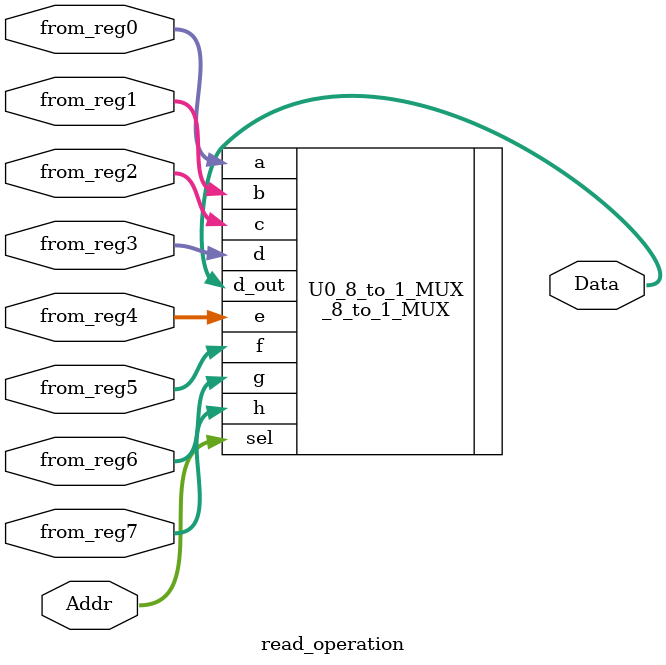
<source format=v>
module read_operation(Addr, Data, from_reg0, from_reg1, from_reg2, from_reg3, from_reg4, from_reg5, from_reg6, from_reg7);  //read_operation
	input  [31:0] from_reg0, from_reg1, from_reg2, from_reg3, from_reg4, from_reg5, from_reg6, from_reg7;		// 32bits 8 inputs
	input  [2:0]  Addr;			// 3bits input Addr
	output [31:0] Data;			// 32bits output Data
	
	_8_to_1_MUX U0_8_to_1_MUX(.a(from_reg0), .b(from_reg1), .c(from_reg2), .d(from_reg3),		// instance by using _8to_1_MUX
	.e(from_reg4), .f(from_reg5), .g(from_reg6), .h(from_reg7), .sel(Addr), .d_out(Data));	
	
endmodule

</source>
